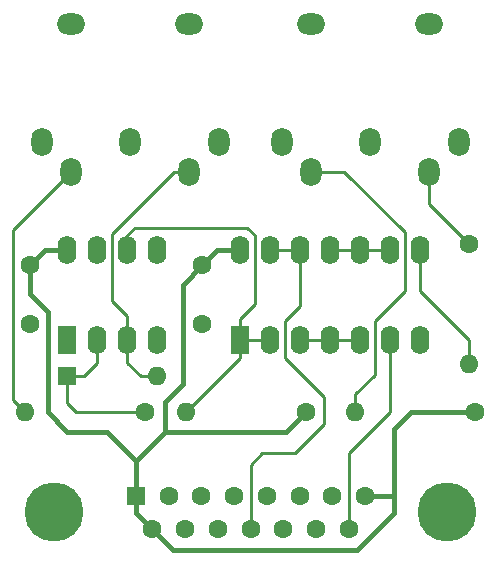
<source format=gtl>
G04 #@! TF.GenerationSoftware,KiCad,Pcbnew,(5.1.8)-1*
G04 #@! TF.CreationDate,2022-02-10T23:19:11+01:00*
G04 #@! TF.ProjectId,BulkyMIDI-32 Gameport,42756c6b-794d-4494-9449-2d3332204761,rev?*
G04 #@! TF.SameCoordinates,Original*
G04 #@! TF.FileFunction,Copper,L1,Top*
G04 #@! TF.FilePolarity,Positive*
%FSLAX46Y46*%
G04 Gerber Fmt 4.6, Leading zero omitted, Abs format (unit mm)*
G04 Created by KiCad (PCBNEW (5.1.8)-1) date 2022-02-10 23:19:11*
%MOMM*%
%LPD*%
G01*
G04 APERTURE LIST*
G04 #@! TA.AperFunction,ComponentPad*
%ADD10O,1.800000X2.400000*%
G04 #@! TD*
G04 #@! TA.AperFunction,WasherPad*
%ADD11O,2.400000X1.800000*%
G04 #@! TD*
G04 #@! TA.AperFunction,ComponentPad*
%ADD12R,1.600000X1.600000*%
G04 #@! TD*
G04 #@! TA.AperFunction,ComponentPad*
%ADD13O,1.600000X1.600000*%
G04 #@! TD*
G04 #@! TA.AperFunction,ComponentPad*
%ADD14C,1.600000*%
G04 #@! TD*
G04 #@! TA.AperFunction,WasherPad*
%ADD15C,5.000000*%
G04 #@! TD*
G04 #@! TA.AperFunction,ComponentPad*
%ADD16R,1.600000X2.400000*%
G04 #@! TD*
G04 #@! TA.AperFunction,ComponentPad*
%ADD17O,1.600000X2.400000*%
G04 #@! TD*
G04 #@! TA.AperFunction,Conductor*
%ADD18C,0.381000*%
G04 #@! TD*
G04 #@! TA.AperFunction,Conductor*
%ADD19C,0.250000*%
G04 #@! TD*
G04 APERTURE END LIST*
D10*
X107950000Y-79756000D03*
D11*
X102950000Y-69756000D03*
X112950000Y-69756000D03*
D10*
X100450000Y-79756000D03*
X115450000Y-79756000D03*
X102950000Y-82256000D03*
X112950000Y-82256000D03*
X128270000Y-79756000D03*
D11*
X123270000Y-69756000D03*
X133270000Y-69756000D03*
D10*
X120770000Y-79756000D03*
X135770000Y-79756000D03*
X123270000Y-82256000D03*
X133270000Y-82256000D03*
D12*
X102616000Y-99568000D03*
D13*
X110236000Y-99568000D03*
D12*
X108432600Y-109677200D03*
D14*
X111202600Y-109677200D03*
X113972600Y-109677200D03*
X116742600Y-109677200D03*
X119512600Y-109677200D03*
X122282600Y-109677200D03*
X125052600Y-109677200D03*
X127822600Y-109677200D03*
X109817600Y-112517200D03*
X112587600Y-112517200D03*
X115357600Y-112517200D03*
X118127600Y-112517200D03*
X120897600Y-112517200D03*
X123667600Y-112517200D03*
X126437600Y-112517200D03*
D15*
X101477600Y-111097200D03*
X134777600Y-111097200D03*
D13*
X112649000Y-102616000D03*
D14*
X122809000Y-102616000D03*
X137160000Y-102616000D03*
D13*
X127000000Y-102616000D03*
X136652000Y-98552000D03*
D14*
X136652000Y-88392000D03*
X109220000Y-102616000D03*
D13*
X99060000Y-102616000D03*
D16*
X102616000Y-96520000D03*
D17*
X110236000Y-88900000D03*
X105156000Y-96520000D03*
X107696000Y-88900000D03*
X107696000Y-96520000D03*
X105156000Y-88900000D03*
X110236000Y-96520000D03*
X102616000Y-88900000D03*
D16*
X117221000Y-96520000D03*
D17*
X132461000Y-88900000D03*
X119761000Y-96520000D03*
X129921000Y-88900000D03*
X122301000Y-96520000D03*
X127381000Y-88900000D03*
X124841000Y-96520000D03*
X124841000Y-88900000D03*
X127381000Y-96520000D03*
X122301000Y-88900000D03*
X129921000Y-96520000D03*
X119761000Y-88900000D03*
X132461000Y-96520000D03*
X117221000Y-88900000D03*
D14*
X99441000Y-90170000D03*
X99441000Y-95170000D03*
X114046000Y-95170000D03*
X114046000Y-90170000D03*
D18*
X100711000Y-88900000D02*
X99441000Y-90170000D01*
X102616000Y-88900000D02*
X100711000Y-88900000D01*
X108432600Y-111132200D02*
X109817600Y-112517200D01*
X108432600Y-109677200D02*
X108432600Y-111132200D01*
X127822600Y-109677200D02*
X130251200Y-109677200D01*
X121158000Y-104267000D02*
X122809000Y-102616000D01*
X110871000Y-104267000D02*
X121158000Y-104267000D01*
X108432600Y-106705400D02*
X110871000Y-104267000D01*
X108432600Y-109677200D02*
X108432600Y-106705400D01*
X105994200Y-104267000D02*
X108432600Y-106705400D01*
X102616000Y-104267000D02*
X105994200Y-104267000D01*
X100965000Y-102616000D02*
X102616000Y-104267000D01*
X100965000Y-94107000D02*
X100965000Y-102616000D01*
X99441000Y-92583000D02*
X100965000Y-94107000D01*
X99441000Y-90170000D02*
X99441000Y-92583000D01*
X110871000Y-101727000D02*
X110871000Y-104267000D01*
X112395000Y-100203000D02*
X110871000Y-101727000D01*
X112395000Y-91821000D02*
X112395000Y-100203000D01*
X114046000Y-90170000D02*
X112395000Y-91821000D01*
X111600400Y-114300000D02*
X109817600Y-112517200D01*
X127127000Y-114300000D02*
X111600400Y-114300000D01*
X130251200Y-111175800D02*
X127127000Y-114300000D01*
X130251200Y-109677200D02*
X130251200Y-111175800D01*
X130251200Y-109677200D02*
X130251200Y-104063800D01*
X131699000Y-102616000D02*
X137160000Y-102616000D01*
X130251200Y-104063800D02*
X131699000Y-102616000D01*
X115316000Y-88900000D02*
X114046000Y-90170000D01*
X117221000Y-88900000D02*
X115316000Y-88900000D01*
D19*
X102616000Y-99568000D02*
X102616000Y-101854000D01*
X103378000Y-102616000D02*
X109220000Y-102616000D01*
X102616000Y-101854000D02*
X103378000Y-102616000D01*
X104013000Y-99568000D02*
X102616000Y-99568000D01*
X105156000Y-98425000D02*
X104013000Y-99568000D01*
X105156000Y-96520000D02*
X105156000Y-98425000D01*
X108839000Y-99568000D02*
X110236000Y-99568000D01*
X107696000Y-98425000D02*
X108839000Y-99568000D01*
X107696000Y-96520000D02*
X107696000Y-98425000D01*
X107696000Y-94488000D02*
X107696000Y-96520000D01*
X106426000Y-93218000D02*
X107696000Y-94488000D01*
X106426000Y-87503000D02*
X106426000Y-93218000D01*
X111673000Y-82256000D02*
X106426000Y-87503000D01*
X112950000Y-82256000D02*
X111673000Y-82256000D01*
X133270000Y-85010000D02*
X133270000Y-82256000D01*
X136652000Y-88392000D02*
X133270000Y-85010000D01*
X126071000Y-82256000D02*
X123270000Y-82256000D01*
X131191000Y-87376000D02*
X126071000Y-82256000D01*
X128651000Y-99441000D02*
X128651000Y-94869000D01*
X127000000Y-101092000D02*
X128651000Y-99441000D01*
X131191000Y-92329000D02*
X131191000Y-87376000D01*
X128651000Y-94869000D02*
X131191000Y-92329000D01*
X127000000Y-102616000D02*
X127000000Y-101092000D01*
X98044000Y-87162000D02*
X102950000Y-82256000D01*
X98044000Y-101600000D02*
X98044000Y-87162000D01*
X99060000Y-102616000D02*
X98044000Y-101600000D01*
X117221000Y-96520000D02*
X119761000Y-96520000D01*
X117221000Y-98044000D02*
X112649000Y-102616000D01*
X117221000Y-96520000D02*
X117221000Y-98044000D01*
X117221000Y-94742000D02*
X117221000Y-96520000D01*
X118491000Y-93472000D02*
X117221000Y-94742000D01*
X118491000Y-87630000D02*
X118491000Y-93472000D01*
X117856000Y-86995000D02*
X118491000Y-87630000D01*
X108331000Y-86995000D02*
X117856000Y-86995000D01*
X107696000Y-87630000D02*
X108331000Y-86995000D01*
X107696000Y-88900000D02*
X107696000Y-87630000D01*
X122301000Y-88900000D02*
X119761000Y-88900000D01*
X121031000Y-94869000D02*
X122301000Y-93599000D01*
X121031000Y-98044000D02*
X121031000Y-94869000D01*
X124333000Y-101346000D02*
X121031000Y-98044000D01*
X124333000Y-103632000D02*
X124333000Y-101346000D01*
X121920000Y-106045000D02*
X124333000Y-103632000D01*
X122301000Y-93599000D02*
X122301000Y-88900000D01*
X119126000Y-106045000D02*
X121920000Y-106045000D01*
X118127600Y-107043400D02*
X119126000Y-106045000D01*
X118127600Y-112517200D02*
X118127600Y-107043400D01*
X129921000Y-102616000D02*
X129921000Y-96520000D01*
X126437600Y-106099400D02*
X129921000Y-102616000D01*
X126437600Y-112517200D02*
X126437600Y-106099400D01*
X136652000Y-96520000D02*
X136652000Y-98552000D01*
X132461000Y-92329000D02*
X136652000Y-96520000D01*
X132461000Y-88900000D02*
X132461000Y-92329000D01*
X129921000Y-88900000D02*
X127381000Y-88900000D01*
X124841000Y-88900000D02*
X127381000Y-88900000D01*
X122301000Y-96520000D02*
X124841000Y-96520000D01*
X124841000Y-96520000D02*
X127381000Y-96520000D01*
M02*

</source>
